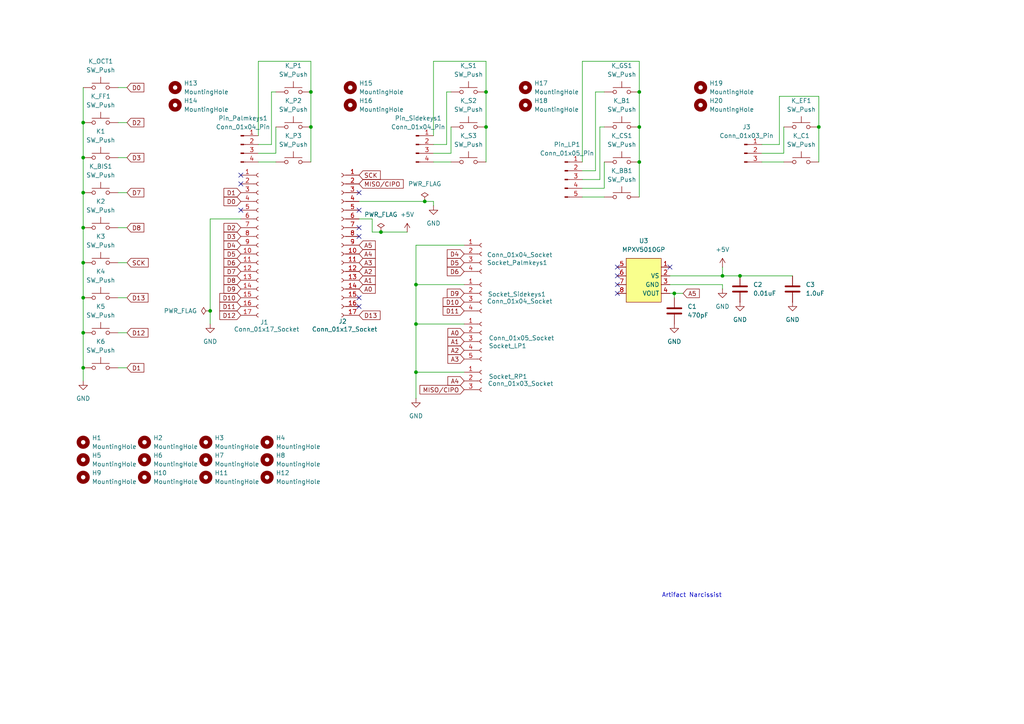
<source format=kicad_sch>
(kicad_sch (version 20250114) (generator "eeschema") (generator_version "9.0")
  (paper "A4")
  (lib_symbols
    (symbol "Connector:Conn_01x03_Pin" (pin_names (offset 1.016) (hide yes))
      (property "Reference" "J" (at 0 5.08 0))
      (property "Value" "Conn_01x03_Pin" (at 0 -5.08 0))
      (symbol "Conn_01x03_Pin_1_1"
        (rectangle (start 0.8636 2.667) (end 0 2.413) (stroke (width 0.1524)) (fill (type outline)))
        (rectangle (start 0.8636 0.127) (end 0 -0.127) (stroke (width 0.1524)) (fill (type outline)))
        (rectangle (start 0.8636 -2.413) (end 0 -2.667) (stroke (width 0.1524)) (fill (type outline)))
        (polyline (pts (xy 1.27 2.54) (xy 0.8636 2.54)) (stroke (width 0.1524)))
        (polyline (pts (xy 1.27 0) (xy 0.8636 0)) (stroke (width 0.1524)))
        (polyline (pts (xy 1.27 -2.54) (xy 0.8636 -2.54)) (stroke (width 0.1524)))
        (pin passive line (at 5.08 2.54 180) (length 3.81) (name "Pin_1") (number "1"))
        (pin passive line (at 5.08 0 180) (length 3.81) (name "Pin_2") (number "2"))
        (pin passive line (at 5.08 -2.54 180) (length 3.81) (name "Pin_3") (number "3"))
      )
    )
    (symbol "Connector:Conn_01x03_Socket" (pin_names (offset 1.016) (hide yes))
      (property "Reference" "J" (at 0 5.08 0))
      (property "Value" "Conn_01x03_Socket" (at 0 -5.08 0))
      (symbol "Conn_01x03_Socket_1_1"
        (polyline (pts (xy -1.27 2.54) (xy -0.508 2.54)) (stroke (width 0.1524)))
        (polyline (pts (xy -1.27 0) (xy -0.508 0)) (stroke (width 0.1524)))
        (polyline (pts (xy -1.27 -2.54) (xy -0.508 -2.54)) (stroke (width 0.1524)))
        (arc (start 0 2.032) (mid -0.5058 2.54) (end 0 3.048) (stroke (width 0.1524)))
        (arc (start 0 -0.508) (mid -0.5058 0) (end 0 0.508) (stroke (width 0.1524)))
        (arc (start 0 -3.048) (mid -0.5058 -2.54) (end 0 -2.032) (stroke (width 0.1524)))
        (pin passive line (at -5.08 2.54 0) (length 3.81) (name "Pin_1") (number "1"))
        (pin passive line (at -5.08 0 0) (length 3.81) (name "Pin_2") (number "2"))
        (pin passive line (at -5.08 -2.54 0) (length 3.81) (name "Pin_3") (number "3"))
      )
    )
    (symbol "Connector:Conn_01x04_Pin" (pin_names (offset 1.016) (hide yes))
      (property "Reference" "J" (at 0 5.08 0))
      (property "Value" "Conn_01x04_Pin" (at 0 -7.62 0))
      (symbol "Conn_01x04_Pin_1_1"
        (rectangle (start 0.8636 2.667) (end 0 2.413) (stroke (width 0.1524)) (fill (type outline)))
        (rectangle (start 0.8636 0.127) (end 0 -0.127) (stroke (width 0.1524)) (fill (type outline)))
        (rectangle (start 0.8636 -2.413) (end 0 -2.667) (stroke (width 0.1524)) (fill (type outline)))
        (rectangle (start 0.8636 -4.953) (end 0 -5.207) (stroke (width 0.1524)) (fill (type outline)))
        (polyline (pts (xy 1.27 2.54) (xy 0.8636 2.54)) (stroke (width 0.1524)))
        (polyline (pts (xy 1.27 0) (xy 0.8636 0)) (stroke (width 0.1524)))
        (polyline (pts (xy 1.27 -2.54) (xy 0.8636 -2.54)) (stroke (width 0.1524)))
        (polyline (pts (xy 1.27 -5.08) (xy 0.8636 -5.08)) (stroke (width 0.1524)))
        (pin passive line (at 5.08 2.54 180) (length 3.81) (name "Pin_1") (number "1"))
        (pin passive line (at 5.08 0 180) (length 3.81) (name "Pin_2") (number "2"))
        (pin passive line (at 5.08 -2.54 180) (length 3.81) (name "Pin_3") (number "3"))
        (pin passive line (at 5.08 -5.08 180) (length 3.81) (name "Pin_4") (number "4"))
      )
    )
    (symbol "Connector:Conn_01x04_Socket" (pin_names (offset 1.016) (hide yes))
      (property "Reference" "J" (at 0 5.08 0))
      (property "Value" "Conn_01x04_Socket" (at 0 -7.62 0))
      (symbol "Conn_01x04_Socket_1_1"
        (polyline (pts (xy -1.27 2.54) (xy -0.508 2.54)) (stroke (width 0.1524)))
        (polyline (pts (xy -1.27 0) (xy -0.508 0)) (stroke (width 0.1524)))
        (polyline (pts (xy -1.27 -2.54) (xy -0.508 -2.54)) (stroke (width 0.1524)))
        (polyline (pts (xy -1.27 -5.08) (xy -0.508 -5.08)) (stroke (width 0.1524)))
        (arc (start 0 2.032) (mid -0.5058 2.54) (end 0 3.048) (stroke (width 0.1524)))
        (arc (start 0 -0.508) (mid -0.5058 0) (end 0 0.508) (stroke (width 0.1524)))
        (arc (start 0 -3.048) (mid -0.5058 -2.54) (end 0 -2.032) (stroke (width 0.1524)))
        (arc (start 0 -5.588) (mid -0.5058 -5.08) (end 0 -4.572) (stroke (width 0.1524)))
        (pin passive line (at -5.08 2.54 0) (length 3.81) (name "Pin_1") (number "1"))
        (pin passive line (at -5.08 0 0) (length 3.81) (name "Pin_2") (number "2"))
        (pin passive line (at -5.08 -2.54 0) (length 3.81) (name "Pin_3") (number "3"))
        (pin passive line (at -5.08 -5.08 0) (length 3.81) (name "Pin_4") (number "4"))
      )
    )
    (symbol "Connector:Conn_01x05_Pin" (pin_names (offset 1.016) (hide yes))
      (property "Reference" "J" (at 0 7.62 0))
      (property "Value" "Conn_01x05_Pin" (at 0 -7.62 0))
      (symbol "Conn_01x05_Pin_1_1"
        (rectangle (start 0.8636 5.207) (end 0 4.953) (stroke (width 0.1524)) (fill (type outline)))
        (rectangle (start 0.8636 2.667) (end 0 2.413) (stroke (width 0.1524)) (fill (type outline)))
        (rectangle (start 0.8636 0.127) (end 0 -0.127) (stroke (width 0.1524)) (fill (type outline)))
        (rectangle (start 0.8636 -2.413) (end 0 -2.667) (stroke (width 0.1524)) (fill (type outline)))
        (rectangle (start 0.8636 -4.953) (end 0 -5.207) (stroke (width 0.1524)) (fill (type outline)))
        (polyline (pts (xy 1.27 5.08) (xy 0.8636 5.08)) (stroke (width 0.1524)))
        (polyline (pts (xy 1.27 2.54) (xy 0.8636 2.54)) (stroke (width 0.1524)))
        (polyline (pts (xy 1.27 0) (xy 0.8636 0)) (stroke (width 0.1524)))
        (polyline (pts (xy 1.27 -2.54) (xy 0.8636 -2.54)) (stroke (width 0.1524)))
        (polyline (pts (xy 1.27 -5.08) (xy 0.8636 -5.08)) (stroke (width 0.1524)))
        (pin passive line (at 5.08 5.08 180) (length 3.81) (name "Pin_1") (number "1"))
        (pin passive line (at 5.08 2.54 180) (length 3.81) (name "Pin_2") (number "2"))
        (pin passive line (at 5.08 0 180) (length 3.81) (name "Pin_3") (number "3"))
        (pin passive line (at 5.08 -2.54 180) (length 3.81) (name "Pin_4") (number "4"))
        (pin passive line (at 5.08 -5.08 180) (length 3.81) (name "Pin_5") (number "5"))
      )
    )
    (symbol "Connector:Conn_01x05_Socket" (pin_names (offset 1.016) (hide yes))
      (property "Reference" "J" (at 0 7.62 0))
      (property "Value" "Conn_01x05_Socket" (at 0 -7.62 0))
      (symbol "Conn_01x05_Socket_1_1"
        (polyline (pts (xy -1.27 5.08) (xy -0.508 5.08)) (stroke (width 0.1524)))
        (polyline (pts (xy -1.27 2.54) (xy -0.508 2.54)) (stroke (width 0.1524)))
        (polyline (pts (xy -1.27 0) (xy -0.508 0)) (stroke (width 0.1524)))
        (polyline (pts (xy -1.27 -2.54) (xy -0.508 -2.54)) (stroke (width 0.1524)))
        (polyline (pts (xy -1.27 -5.08) (xy -0.508 -5.08)) (stroke (width 0.1524)))
        (arc (start 0 4.572) (mid -0.5058 5.08) (end 0 5.588) (stroke (width 0.1524)))
        (arc (start 0 2.032) (mid -0.5058 2.54) (end 0 3.048) (stroke (width 0.1524)))
        (arc (start 0 -0.508) (mid -0.5058 0) (end 0 0.508) (stroke (width 0.1524)))
        (arc (start 0 -3.048) (mid -0.5058 -2.54) (end 0 -2.032) (stroke (width 0.1524)))
        (arc (start 0 -5.588) (mid -0.5058 -5.08) (end 0 -4.572) (stroke (width 0.1524)))
        (pin passive line (at -5.08 5.08 0) (length 3.81) (name "Pin_1") (number "1"))
        (pin passive line (at -5.08 2.54 0) (length 3.81) (name "Pin_2") (number "2"))
        (pin passive line (at -5.08 0 0) (length 3.81) (name "Pin_3") (number "3"))
        (pin passive line (at -5.08 -2.54 0) (length 3.81) (name "Pin_4") (number "4"))
        (pin passive line (at -5.08 -5.08 0) (length 3.81) (name "Pin_5") (number "5"))
      )
    )
    (symbol "Connector:Conn_01x17_Socket" (pin_names (offset 1.016) (hide yes))
      (property "Reference" "J" (at 0 22.86 0))
      (property "Value" "Conn_01x17_Socket" (at 0 -22.86 0))
      (symbol "Conn_01x17_Socket_1_1"
        (polyline (pts (xy -1.27 20.32) (xy -0.508 20.32)) (stroke (width 0.1524)))
        (polyline (pts (xy -1.27 17.78) (xy -0.508 17.78)) (stroke (width 0.1524)))
        (polyline (pts (xy -1.27 15.24) (xy -0.508 15.24)) (stroke (width 0.1524)))
        (polyline (pts (xy -1.27 12.7) (xy -0.508 12.7)) (stroke (width 0.1524)))
        (polyline (pts (xy -1.27 10.16) (xy -0.508 10.16)) (stroke (width 0.1524)))
        (polyline (pts (xy -1.27 7.62) (xy -0.508 7.62)) (stroke (width 0.1524)))
        (polyline (pts (xy -1.27 5.08) (xy -0.508 5.08)) (stroke (width 0.1524)))
        (polyline (pts (xy -1.27 2.54) (xy -0.508 2.54)) (stroke (width 0.1524)))
        (polyline (pts (xy -1.27 0) (xy -0.508 0)) (stroke (width 0.1524)))
        (polyline (pts (xy -1.27 -2.54) (xy -0.508 -2.54)) (stroke (width 0.1524)))
        (polyline (pts (xy -1.27 -5.08) (xy -0.508 -5.08)) (stroke (width 0.1524)))
        (polyline (pts (xy -1.27 -7.62) (xy -0.508 -7.62)) (stroke (width 0.1524)))
        (polyline (pts (xy -1.27 -10.16) (xy -0.508 -10.16)) (stroke (width 0.1524)))
        (polyline (pts (xy -1.27 -12.7) (xy -0.508 -12.7)) (stroke (width 0.1524)))
        (polyline (pts (xy -1.27 -15.24) (xy -0.508 -15.24)) (stroke (width 0.1524)))
        (polyline (pts (xy -1.27 -17.78) (xy -0.508 -17.78)) (stroke (width 0.1524)))
        (polyline (pts (xy -1.27 -20.32) (xy -0.508 -20.32)) (stroke (width 0.1524)))
        (arc (start 0 19.812) (mid -0.5058 20.32) (end 0 20.828) (stroke (width 0.1524)))
        (arc (start 0 17.272) (mid -0.5058 17.78) (end 0 18.288) (stroke (width 0.1524)))
        (arc (start 0 14.732) (mid -0.5058 15.24) (end 0 15.748) (stroke (width 0.1524)))
        (arc (start 0 12.192) (mid -0.5058 12.7) (end 0 13.208) (stroke (width 0.1524)))
        (arc (start 0 9.652) (mid -0.5058 10.16) (end 0 10.668) (stroke (width 0.1524)))
        (arc (start 0 7.112) (mid -0.5058 7.62) (end 0 8.128) (stroke (width 0.1524)))
        (arc (start 0 4.572) (mid -0.5058 5.08) (end 0 5.588) (stroke (width 0.1524)))
        (arc (start 0 2.032) (mid -0.5058 2.54) (end 0 3.048) (stroke (width 0.1524)))
        (arc (start 0 -0.508) (mid -0.5058 0) (end 0 0.508) (stroke (width 0.1524)))
        (arc (start 0 -3.048) (mid -0.5058 -2.54) (end 0 -2.032) (stroke (width 0.1524)))
        (arc (start 0 -5.588) (mid -0.5058 -5.08) (end 0 -4.572) (stroke (width 0.1524)))
        (arc (start 0 -8.128) (mid -0.5058 -7.62) (end 0 -7.112) (stroke (width 0.1524)))
        (arc (start 0 -10.668) (mid -0.5058 -10.16) (end 0 -9.652) (stroke (width 0.1524)))
        (arc (start 0 -13.208) (mid -0.5058 -12.7) (end 0 -12.192) (stroke (width 0.1524)))
        (arc (start 0 -15.748) (mid -0.5058 -15.24) (end 0 -14.732) (stroke (width 0.1524)))
        (arc (start 0 -18.288) (mid -0.5058 -17.78) (end 0 -17.272) (stroke (width 0.1524)))
        (arc (start 0 -20.828) (mid -0.5058 -20.32) (end 0 -19.812) (stroke (width 0.1524)))
        (pin passive line (at -5.08 20.32 0) (length 3.81) (name "Pin_1") (number "1"))
        (pin passive line (at -5.08 17.78 0) (length 3.81) (name "Pin_2") (number "2"))
        (pin passive line (at -5.08 15.24 0) (length 3.81) (name "Pin_3") (number "3"))
        (pin passive line (at -5.08 12.7 0) (length 3.81) (name "Pin_4") (number "4"))
        (pin passive line (at -5.08 10.16 0) (length 3.81) (name "Pin_5") (number "5"))
        (pin passive line (at -5.08 7.62 0) (length 3.81) (name "Pin_6") (number "6"))
        (pin passive line (at -5.08 5.08 0) (length 3.81) (name "Pin_7") (number "7"))
        (pin passive line (at -5.08 2.54 0) (length 3.81) (name "Pin_8") (number "8"))
        (pin passive line (at -5.08 0 0) (length 3.81) (name "Pin_9") (number "9"))
        (pin passive line (at -5.08 -2.54 0) (length 3.81) (name "Pin_10") (number "10"))
        (pin passive line (at -5.08 -5.08 0) (length 3.81) (name "Pin_11") (number "11"))
        (pin passive line (at -5.08 -7.62 0) (length 3.81) (name "Pin_12") (number "12"))
        (pin passive line (at -5.08 -10.16 0) (length 3.81) (name "Pin_13") (number "13"))
        (pin passive line (at -5.08 -12.7 0) (length 3.81) (name "Pin_14") (number "14"))
        (pin passive line (at -5.08 -15.24 0) (length 3.81) (name "Pin_15") (number "15"))
        (pin passive line (at -5.08 -17.78 0) (length 3.81) (name "Pin_16") (number "16"))
        (pin passive line (at -5.08 -20.32 0) (length 3.81) (name "Pin_17") (number "17"))
      )
    )
    (symbol "Device:C" (pin_numbers (hide yes)) (pin_names (offset 0.254))
      (property "Reference" "C" (at 0.635 2.54 0))
      (property "Value" "C" (at 0.635 -2.54 0))
      (symbol "C_0_1"
        (polyline (pts (xy -2.032 0.762) (xy 2.032 0.762)) (stroke (width 0.508)))
        (polyline (pts (xy -2.032 -0.762) (xy 2.032 -0.762)) (stroke (width 0.508)))
      )
      (symbol "C_1_1"
        (pin passive line (at 0 3.81 270) (length 2.794) (name "~") (number "1"))
        (pin passive line (at 0 -3.81 90) (length 2.794) (name "~") (number "2"))
      )
    )
    (symbol "Mechanical:MountingHole" (pin_names (offset 1.016)) (in_bom no)
      (property "Reference" "H" (at 0 5.08 0))
      (property "Value" "MountingHole" (at 0 3.175 0))
      (symbol "MountingHole_0_1"
        (circle (center 0 0) (radius 1.27) (stroke (width 1.27)))
      )
    )
    (symbol "Switch:SW_Push" (pin_numbers (hide yes)) (pin_names (offset 1.016) (hide yes))
      (property "Reference" "SW" (at 1.27 2.54 0))
      (property "Value" "SW_Push" (at 0 -1.524 0))
      (symbol "SW_Push_0_1"
        (circle (center -2.032 0) (radius 0.508))
        (polyline (pts (xy 0 1.27) (xy 0 3.048)))
        (circle (center 2.032 0) (radius 0.508))
        (polyline (pts (xy 2.54 1.27) (xy -2.54 1.27)))
        (pin passive line (at -5.08 0 0) (length 2.54) (name "1") (number "1"))
        (pin passive line (at 5.08 0 180) (length 2.54) (name "2") (number "2"))
      )
    )
    (symbol "mysensors:MPXV5010GP"
      (property "Reference" "U" (at 0 0 0))
      (property "Value" "MPXV5010GP" (at 0 -2.286 0))
      (symbol "MPXV5010GP_0_1"
        (rectangle (start -5.0799 -3.81) (end 5.08 -16.51) (fill (type color) (color 249 255 141 1)))
      )
      (symbol "MPXV5010GP_1_1"
        (pin input line (at -7.62 -6.35 0) (length 2.54) (name "") (number "5"))
        (pin input line (at -7.62 -8.89 0) (length 2.54) (name "") (number "6"))
        (pin input line (at -7.62 -11.43 0) (length 2.54) (name "") (number "7"))
        (pin input line (at -7.62 -13.97 0) (length 2.54) (name "") (number "8"))
        (pin input line (at 7.62 -6.35 180) (length 2.54) (name "") (number "1"))
        (pin input line (at 7.62 -8.89 180) (length 2.54) (name "VS") (number "2"))
        (pin input line (at 7.62 -11.43 180) (length 2.54) (name "GND") (number "3"))
        (pin input line (at 7.62 -13.97 180) (length 2.54) (name "VOUT") (number "4"))
      )
    )
    (symbol "power:+5V" (power) (pin_numbers (hide yes)) (pin_names (offset 0) (hide yes))
      (property "Value" "+5V" (at 0 3.556 0))
      (symbol "+5V_0_1"
        (polyline (pts (xy -0.762 1.27) (xy 0 2.54)))
        (polyline (pts (xy 0 2.54) (xy 0.762 1.27)))
        (polyline (pts (xy 0 0) (xy 0 2.54)))
      )
      (symbol "+5V_1_1"
        (pin power_in line (at 0 0 90) (length 0) (name "~") (number "1"))
      )
    )
    (symbol "power:GND" (power) (pin_numbers (hide yes)) (pin_names (offset 0) (hide yes))
      (property "Value" "GND" (at 0 -3.81 0))
      (symbol "GND_0_1"
        (polyline (pts (xy 0 0) (xy 0 -1.27) (xy 1.27 -1.27) (xy 0 -2.54) (xy -1.27 -1.27) (xy 0 -1.27)))
      )
      (symbol "GND_1_1"
        (pin power_in line (at 0 0 270) (length 0) (name "~") (number "1"))
      )
    )
    (symbol "power:PWR_FLAG" (power) (pin_numbers (hide yes)) (pin_names (offset 0) (hide yes))
      (property "Value" "PWR_FLAG" (at 0 3.81 0))
      (symbol "PWR_FLAG_0_0"
        (pin power_out line (at 0 0 90) (length 0) (name "~") (number "1"))
      )
      (symbol "PWR_FLAG_0_1"
        (polyline (pts (xy 0 0) (xy 0 1.27) (xy -1.016 1.905) (xy 0 2.54) (xy 1.016 1.905) (xy 0 1.27)))
      )
    )
  )
  (text "Artifact Narcissist\n" (at 200.66 172.72 0) (effects (font (size 1.27 1.27))))
  (junction (at 24.13 45.72))
  (junction (at 120.65 82.55))
  (junction (at 24.13 66.04))
  (junction (at 185.42 46.99))
  (junction (at 24.13 35.56))
  (junction (at 90.17 26.67))
  (junction (at 24.13 86.36))
  (junction (at 24.13 76.2))
  (junction (at 24.13 96.52))
  (junction (at 24.13 55.88))
  (junction (at 185.42 26.67))
  (junction (at 123.19 58.42))
  (junction (at 24.13 106.68))
  (junction (at 209.55 80.01))
  (junction (at 110.49 67.31))
  (junction (at 195.58 85.09))
  (junction (at 185.42 36.83))
  (junction (at 237.49 36.83))
  (junction (at 214.63 80.01))
  (junction (at 90.17 36.83))
  (junction (at 60.96 90.17))
  (junction (at 140.97 36.83))
  (junction (at 120.65 93.98))
  (junction (at 120.65 107.95))
  (junction (at 140.97 26.67))
  (no_connect (at 104.14 86.36))
  (no_connect (at 104.14 88.9))
  (no_connect (at 179.07 77.47))
  (no_connect (at 104.14 55.88))
  (no_connect (at 104.14 60.96))
  (no_connect (at 69.85 60.96))
  (no_connect (at 194.31 77.47))
  (no_connect (at 69.85 50.8))
  (no_connect (at 179.07 85.09))
  (no_connect (at 179.07 80.01))
  (no_connect (at 179.07 82.55))
  (no_connect (at 104.14 66.04))
  (no_connect (at 104.14 68.58))
  (no_connect (at 69.85 53.34))
  (wire (pts (xy 74.93 44.45) (xy 80.01 44.45)))
  (wire (pts (xy 104.14 63.5) (xy 107.95 63.5)))
  (wire (pts (xy 90.17 26.67) (xy 90.17 36.83)))
  (wire (pts (xy 90.17 17.78) (xy 90.17 26.67)))
  (wire (pts (xy 237.49 27.94) (xy 237.49 36.83)))
  (wire (pts (xy 194.31 82.55) (xy 209.55 82.55)))
  (wire (pts (xy 185.42 46.99) (xy 185.42 57.15)))
  (wire (pts (xy 69.85 63.5) (xy 60.96 63.5)))
  (wire (pts (xy 173.99 52.07) (xy 168.91 52.07)))
  (wire (pts (xy 120.65 71.12) (xy 120.65 82.55)))
  (wire (pts (xy 120.65 107.95) (xy 120.65 115.57)))
  (wire (pts (xy 24.13 106.68) (xy 24.13 110.49)))
  (wire (pts (xy 34.29 25.4) (xy 36.83 25.4)))
  (wire (pts (xy 185.42 26.67) (xy 185.42 36.83)))
  (wire (pts (xy 214.63 80.01) (xy 229.87 80.01)))
  (wire (pts (xy 195.58 85.09) (xy 195.58 86.36)))
  (wire (pts (xy 120.65 93.98) (xy 120.65 107.95)))
  (wire (pts (xy 175.26 46.99) (xy 175.26 54.61)))
  (wire (pts (xy 125.73 46.99) (xy 130.81 46.99)))
  (wire (pts (xy 24.13 86.36) (xy 24.13 96.52)))
  (wire (pts (xy 24.13 76.2) (xy 24.13 86.36)))
  (wire (pts (xy 173.99 36.83) (xy 173.99 52.07)))
  (wire (pts (xy 195.58 85.09) (xy 198.12 85.09)))
  (wire (pts (xy 130.81 36.83) (xy 130.81 44.45)))
  (wire (pts (xy 74.93 17.78) (xy 90.17 17.78)))
  (wire (pts (xy 134.62 82.55) (xy 120.65 82.55)))
  (wire (pts (xy 34.29 66.04) (xy 36.83 66.04)))
  (wire (pts (xy 175.26 26.67) (xy 172.72 26.67)))
  (wire (pts (xy 60.96 90.17) (xy 60.96 93.98)))
  (wire (pts (xy 60.96 63.5) (xy 60.96 90.17)))
  (wire (pts (xy 34.29 55.88) (xy 36.83 55.88)))
  (wire (pts (xy 130.81 26.67) (xy 129.54 26.67)))
  (wire (pts (xy 80.01 36.83) (xy 80.01 44.45)))
  (wire (pts (xy 220.98 46.99) (xy 227.33 46.99)))
  (wire (pts (xy 78.74 26.67) (xy 78.74 41.91)))
  (wire (pts (xy 140.97 36.83) (xy 140.97 46.99)))
  (wire (pts (xy 220.98 41.91) (xy 226.06 41.91)))
  (wire (pts (xy 185.42 36.83) (xy 185.42 46.99)))
  (wire (pts (xy 34.29 76.2) (xy 36.83 76.2)))
  (wire (pts (xy 134.62 93.98) (xy 120.65 93.98)))
  (wire (pts (xy 34.29 45.72) (xy 36.83 45.72)))
  (wire (pts (xy 80.01 26.67) (xy 78.74 26.67)))
  (wire (pts (xy 107.95 67.31) (xy 110.49 67.31)))
  (wire (pts (xy 209.55 82.55) (xy 209.55 83.82)))
  (wire (pts (xy 90.17 36.83) (xy 90.17 46.99)))
  (wire (pts (xy 125.73 44.45) (xy 130.81 44.45)))
  (wire (pts (xy 168.91 46.99) (xy 168.91 17.78)))
  (wire (pts (xy 194.31 80.01) (xy 209.55 80.01)))
  (wire (pts (xy 175.26 54.61) (xy 168.91 54.61)))
  (wire (pts (xy 24.13 25.4) (xy 24.13 35.56)))
  (wire (pts (xy 134.62 71.12) (xy 120.65 71.12)))
  (wire (pts (xy 140.97 17.78) (xy 140.97 26.67)))
  (wire (pts (xy 226.06 27.94) (xy 237.49 27.94)))
  (wire (pts (xy 227.33 36.83) (xy 227.33 44.45)))
  (wire (pts (xy 74.93 46.99) (xy 80.01 46.99)))
  (wire (pts (xy 34.29 86.36) (xy 36.83 86.36)))
  (wire (pts (xy 129.54 26.67) (xy 129.54 41.91)))
  (wire (pts (xy 185.42 17.78) (xy 185.42 26.67)))
  (wire (pts (xy 110.49 67.31) (xy 118.11 67.31)))
  (wire (pts (xy 209.55 80.01) (xy 214.63 80.01)))
  (wire (pts (xy 107.95 63.5) (xy 107.95 67.31)))
  (wire (pts (xy 24.13 45.72) (xy 24.13 55.88)))
  (wire (pts (xy 123.19 58.42) (xy 125.73 58.42)))
  (wire (pts (xy 24.13 96.52) (xy 24.13 106.68)))
  (wire (pts (xy 125.73 39.37) (xy 125.73 17.78)))
  (wire (pts (xy 209.55 77.47) (xy 209.55 80.01)))
  (wire (pts (xy 194.31 85.09) (xy 195.58 85.09)))
  (wire (pts (xy 24.13 66.04) (xy 24.13 76.2)))
  (wire (pts (xy 168.91 57.15) (xy 175.26 57.15)))
  (wire (pts (xy 172.72 26.67) (xy 172.72 49.53)))
  (wire (pts (xy 120.65 82.55) (xy 120.65 93.98)))
  (wire (pts (xy 125.73 41.91) (xy 129.54 41.91)))
  (wire (pts (xy 172.72 49.53) (xy 168.91 49.53)))
  (wire (pts (xy 24.13 55.88) (xy 24.13 66.04)))
  (wire (pts (xy 140.97 26.67) (xy 140.97 36.83)))
  (wire (pts (xy 125.73 58.42) (xy 125.73 59.69)))
  (wire (pts (xy 74.93 39.37) (xy 74.93 17.78)))
  (wire (pts (xy 24.13 35.56) (xy 24.13 45.72)))
  (wire (pts (xy 125.73 17.78) (xy 140.97 17.78)))
  (wire (pts (xy 227.33 44.45) (xy 220.98 44.45)))
  (wire (pts (xy 34.29 96.52) (xy 36.83 96.52)))
  (wire (pts (xy 226.06 41.91) (xy 226.06 27.94)))
  (wire (pts (xy 134.62 107.95) (xy 120.65 107.95)))
  (wire (pts (xy 74.93 41.91) (xy 78.74 41.91)))
  (wire (pts (xy 34.29 35.56) (xy 36.83 35.56)))
  (wire (pts (xy 237.49 36.83) (xy 237.49 46.99)))
  (wire (pts (xy 104.14 58.42) (xy 123.19 58.42)))
  (wire (pts (xy 34.29 106.68) (xy 36.83 106.68)))
  (wire (pts (xy 168.91 17.78) (xy 185.42 17.78)))
  (wire (pts (xy 175.26 36.83) (xy 173.99 36.83)))
  (global_label "SCK" (shape input) (at 36.83 76.2 0) (property "Intersheetrefs" "${INTERSHEET_REFS}" (effects (hide yes))))
  (global_label "A5" (shape input) (at 104.14 71.12 0) (property "Intersheetrefs" "${INTERSHEET_REFS}" (effects (hide yes))))
  (global_label "A2" (shape input) (at 104.14 78.74 0) (property "Intersheetrefs" "${INTERSHEET_REFS}" (effects (hide yes))))
  (global_label "D9" (shape input) (at 69.85 83.82 180) (property "Intersheetrefs" "${INTERSHEET_REFS}" (effects (hide yes))))
  (global_label "D9" (shape input) (at 134.62 85.09 180) (property "Intersheetrefs" "${INTERSHEET_REFS}" (effects (hide yes))))
  (global_label "D5" (shape input) (at 134.62 76.2 180) (property "Intersheetrefs" "${INTERSHEET_REFS}" (effects (hide yes))))
  (global_label "D11" (shape input) (at 69.85 88.9 180) (property "Intersheetrefs" "${INTERSHEET_REFS}" (effects (hide yes))))
  (global_label "D5" (shape input) (at 69.85 73.66 180) (property "Intersheetrefs" "${INTERSHEET_REFS}" (effects (hide yes))))
  (global_label "D2" (shape input) (at 69.85 66.04 180) (property "Intersheetrefs" "${INTERSHEET_REFS}" (effects (hide yes))))
  (global_label "D12" (shape input) (at 36.83 96.52 0) (property "Intersheetrefs" "${INTERSHEET_REFS}" (effects (hide yes))))
  (global_label "D7" (shape input) (at 69.85 78.74 180) (property "Intersheetrefs" "${INTERSHEET_REFS}" (effects (hide yes))))
  (global_label "D10" (shape input) (at 134.62 87.63 180) (property "Intersheetrefs" "${INTERSHEET_REFS}" (effects (hide yes))))
  (global_label "D6" (shape input) (at 134.62 78.74 180) (property "Intersheetrefs" "${INTERSHEET_REFS}" (effects (hide yes))))
  (global_label "D1" (shape input) (at 69.85 55.88 180) (property "Intersheetrefs" "${INTERSHEET_REFS}" (effects (hide yes))))
  (global_label "A5" (shape input) (at 198.12 85.09 0) (property "Intersheetrefs" "${INTERSHEET_REFS}" (effects (hide yes))))
  (global_label "D4" (shape input) (at 69.85 71.12 180) (property "Intersheetrefs" "${INTERSHEET_REFS}" (effects (hide yes))))
  (global_label "D13" (shape input) (at 36.83 86.36 0) (property "Intersheetrefs" "${INTERSHEET_REFS}" (effects (hide yes))))
  (global_label "A0" (shape input) (at 134.62 96.52 180) (property "Intersheetrefs" "${INTERSHEET_REFS}" (effects (hide yes))))
  (global_label "D8" (shape input) (at 69.85 81.28 180) (property "Intersheetrefs" "${INTERSHEET_REFS}" (effects (hide yes))))
  (global_label "A1" (shape input) (at 134.62 99.06 180) (property "Intersheetrefs" "${INTERSHEET_REFS}" (effects (hide yes))))
  (global_label "D2" (shape input) (at 36.83 35.56 0) (property "Intersheetrefs" "${INTERSHEET_REFS}" (effects (hide yes))))
  (global_label "D13" (shape input) (at 104.14 91.44 0) (property "Intersheetrefs" "${INTERSHEET_REFS}" (effects (hide yes))))
  (global_label "MISO{slash}CIPO" (shape input) (at 134.62 113.03 180) (property "Intersheetrefs" "${INTERSHEET_REFS}" (effects (hide yes))))
  (global_label "D3" (shape input) (at 36.83 45.72 0) (property "Intersheetrefs" "${INTERSHEET_REFS}" (effects (hide yes))))
  (global_label "D0" (shape input) (at 36.83 25.4 0) (property "Intersheetrefs" "${INTERSHEET_REFS}" (effects (hide yes))))
  (global_label "A4" (shape input) (at 134.62 110.49 180) (property "Intersheetrefs" "${INTERSHEET_REFS}" (effects (hide yes))))
  (global_label "A3" (shape input) (at 104.14 76.2 0) (property "Intersheetrefs" "${INTERSHEET_REFS}" (effects (hide yes))))
  (global_label "D1" (shape input) (at 36.83 106.68 0) (property "Intersheetrefs" "${INTERSHEET_REFS}" (effects (hide yes))))
  (global_label "SCK" (shape input) (at 104.14 50.8 0) (property "Intersheetrefs" "${INTERSHEET_REFS}" (effects (hide yes))))
  (global_label "D8" (shape input) (at 36.83 66.04 0) (property "Intersheetrefs" "${INTERSHEET_REFS}" (effects (hide yes))))
  (global_label "D7" (shape input) (at 36.83 55.88 0) (property "Intersheetrefs" "${INTERSHEET_REFS}" (effects (hide yes))))
  (global_label "D12" (shape input) (at 69.85 91.44 180) (property "Intersheetrefs" "${INTERSHEET_REFS}" (effects (hide yes))))
  (global_label "MISO/CIPO" (shape input) (at 104.14 53.34 0) (property "Intersheetrefs" "${INTERSHEET_REFS}" (effects (hide yes))))
  (global_label "A1" (shape input) (at 104.14 81.28 0) (property "Intersheetrefs" "${INTERSHEET_REFS}" (effects (hide yes))))
  (global_label "D6" (shape input) (at 69.85 76.2 180) (property "Intersheetrefs" "${INTERSHEET_REFS}" (effects (hide yes))))
  (global_label "D4" (shape input) (at 134.62 73.66 180) (property "Intersheetrefs" "${INTERSHEET_REFS}" (effects (hide yes))))
  (global_label "D10" (shape input) (at 69.85 86.36 180) (property "Intersheetrefs" "${INTERSHEET_REFS}" (effects (hide yes))))
  (global_label "D3" (shape input) (at 69.85 68.58 180) (property "Intersheetrefs" "${INTERSHEET_REFS}" (effects (hide yes))))
  (global_label "D0" (shape input) (at 69.85 58.42 180) (property "Intersheetrefs" "${INTERSHEET_REFS}" (effects (hide yes))))
  (global_label "D11" (shape input) (at 134.62 90.17 180) (property "Intersheetrefs" "${INTERSHEET_REFS}" (effects (hide yes))))
  (global_label "A3" (shape input) (at 134.62 104.14 180) (property "Intersheetrefs" "${INTERSHEET_REFS}" (effects (hide yes))))
  (global_label "A2" (shape input) (at 134.62 101.6 180) (property "Intersheetrefs" "${INTERSHEET_REFS}" (effects (hide yes))))
  (global_label "A0" (shape input) (at 104.14 83.82 0) (property "Intersheetrefs" "${INTERSHEET_REFS}" (effects (hide yes))))
  (global_label "A4" (shape input) (at 104.14 73.66 0) (property "Intersheetrefs" "${INTERSHEET_REFS}" (effects (hide yes))))
  (symbol (lib_id "Mechanical:MountingHole") (at 77.47 128.27 0) (unit 1) (in_bom no)
    (property "Reference" "H4" (at 80.01 126.9999 0) (effects (justify left)))
    (property "Value" "MountingHole" (at 80.01 129.5399 0) (effects (justify left)))
    (property "Footprint" "MountingHole:MountingHole_3.2mm_M3" (effects (hide yes)))
    (property "Description" "Mounting Hole without connection" (effects (hide yes)))
  )
  (symbol (lib_id "Device:C") (at 229.87 83.82 0) (unit 1)
    (property "Reference" "C3" (at 233.68 82.5499 0) (effects (justify left)))
    (property "Value" "1.0uF" (at 233.68 85.0899 0) (effects (justify left)))
    (property "Footprint" "Capacitor_SMD:C_0805_2012Metric" (effects (hide yes)))
    (property "Description" "Unpolarized capacitor" (effects (hide yes)))
  )
  (symbol (lib_id "Mechanical:MountingHole") (at 41.91 128.27 0) (unit 1) (in_bom no)
    (property "Reference" "H2" (at 44.45 126.9999 0) (effects (justify left)))
    (property "Value" "MountingHole" (at 44.45 129.5399 0) (effects (justify left)))
    (property "Footprint" "MountingHole:MountingHole_3.2mm_M3" (effects (hide yes)))
    (property "Description" "Mounting Hole without connection" (effects (hide yes)))
  )
  (symbol (lib_id "power:GND") (at 209.55 83.82 0) (unit 1)
    (property "Reference" "#PWR09" (effects (hide yes)))
    (property "Value" "GND" (at 209.55 88.9 0))
    (property "Description" "Power symbol creates a global label with name \"GND\" , ground" (effects (hide yes)))
  )
  (symbol (lib_id "Switch:SW_Push") (at 29.21 66.04 0) (unit 1)
    (property "Reference" "K2" (at 29.21 58.42 0))
    (property "Value" "SW_Push" (at 29.21 60.96 0))
    (property "Footprint" "Button_Switch_Keyboard:SW_Cherry_MX_1.00u_PCB" (effects (hide yes)))
    (property "Description" "Push button switch, generic, two pins" (effects (hide yes)))
  )
  (symbol (lib_id "Switch:SW_Push") (at 29.21 76.2 0) (unit 1)
    (property "Reference" "K3" (at 29.21 68.58 0))
    (property "Value" "SW_Push" (at 29.21 71.12 0))
    (property "Footprint" "Button_Switch_Keyboard:SW_Cherry_MX_1.00u_PCB" (effects (hide yes)))
    (property "Description" "Push button switch, generic, two pins" (effects (hide yes)))
  )
  (symbol (lib_id "Switch:SW_Push") (at 29.21 106.68 0) (unit 1)
    (property "Reference" "K6" (at 29.21 99.06 0))
    (property "Value" "SW_Push" (at 29.21 101.6 0))
    (property "Footprint" "Button_Switch_Keyboard:SW_Cherry_MX_1.00u_PCB" (effects (hide yes)))
    (property "Description" "Push button switch, generic, two pins" (effects (hide yes)))
  )
  (symbol (lib_id "Connector:Conn_01x05_Socket") (at 139.7 99.06 0) (unit 1)
    (property "Reference" "Socket_LP1" (at 141.732 100.33 0) (effects (justify left)))
    (property "Value" "Conn_01x05_Socket" (at 141.732 98.044 0) (effects (justify left)))
    (property "Footprint" "Connector_PinSocket_2.54mm:PinSocket_1x05_P2.54mm_Vertical" (effects (hide yes)))
    (property "Description" "Generic connector, single row, 01x05, script generated" (effects (hide yes)))
  )
  (symbol (lib_id "Switch:SW_Push") (at 180.34 57.15 0) (unit 1)
    (property "Reference" "K_BB1" (at 180.34 49.53 0))
    (property "Value" "SW_Push" (at 180.34 52.07 0))
    (property "Footprint" "Button_Switch_Keyboard:SW_Cherry_MX_1.00u_PCB" (effects (hide yes)))
    (property "Description" "Push button switch, generic, two pins" (effects (hide yes)))
  )
  (symbol (lib_id "Mechanical:MountingHole") (at 59.69 128.27 0) (unit 1) (in_bom no)
    (property "Reference" "H3" (at 62.23 126.9999 0) (effects (justify left)))
    (property "Value" "MountingHole" (at 62.23 129.5399 0) (effects (justify left)))
    (property "Footprint" "MountingHole:MountingHole_3.2mm_M3" (effects (hide yes)))
    (property "Description" "Mounting Hole without connection" (effects (hide yes)))
  )
  (symbol (lib_id "Mechanical:MountingHole") (at 152.4 25.4 0) (unit 1) (in_bom no)
    (property "Reference" "H17" (at 154.94 24.1299 0) (effects (justify left)))
    (property "Value" "MountingHole" (at 154.94 26.6699 0) (effects (justify left)))
    (property "Footprint" "MountingHole:MountingHole_3.2mm_M3" (effects (hide yes)))
    (property "Description" "Mounting Hole without connection" (effects (hide yes)))
  )
  (symbol (lib_id "Switch:SW_Push") (at 29.21 25.4 0) (unit 1)
    (property "Reference" "K_OCT1" (at 29.21 17.78 0))
    (property "Value" "SW_Push" (at 29.21 20.32 0))
    (property "Footprint" "Button_Switch_Keyboard:SW_Cherry_MX_1.00u_PCB" (effects (hide yes)))
    (property "Description" "Push button switch, generic, two pins" (effects (hide yes)))
  )
  (symbol (lib_id "Mechanical:MountingHole") (at 24.13 128.27 0) (unit 1) (in_bom no)
    (property "Reference" "H1" (at 26.67 126.9999 0) (effects (justify left)))
    (property "Value" "MountingHole" (at 26.67 129.5399 0) (effects (justify left)))
    (property "Footprint" "MountingHole:MountingHole_3.2mm_M3" (effects (hide yes)))
    (property "Description" "Mounting Hole without connection" (effects (hide yes)))
  )
  (symbol (lib_id "Connector:Conn_01x05_Pin") (at 163.83 52.07 0) (unit 1)
    (property "Reference" "Pin_LP1" (at 164.465 41.91 0))
    (property "Value" "Conn_01x05_Pin" (at 164.465 44.45 0))
    (property "Footprint" "Connector_PinHeader_2.54mm:PinHeader_1x05_P2.54mm_Vertical" (effects (hide yes)))
    (property "Description" "Generic connector, single row, 01x05, script generated" (effects (hide yes)))
  )
  (symbol (lib_id "Mechanical:MountingHole") (at 77.47 138.43 0) (unit 1) (in_bom no)
    (property "Reference" "H12" (at 80.01 137.1599 0) (effects (justify left)))
    (property "Value" "MountingHole" (at 80.01 139.6999 0) (effects (justify left)))
    (property "Footprint" "MountingHole:MountingHole_3.2mm_M3" (effects (hide yes)))
    (property "Description" "Mounting Hole without connection" (effects (hide yes)))
  )
  (symbol (lib_id "power:GND") (at 24.13 110.49 0) (unit 1)
    (property "Reference" "#PWR01" (effects (hide yes)))
    (property "Value" "GND" (at 24.13 115.57 0))
    (property "Description" "Power symbol creates a global label with name \"GND\" , ground" (effects (hide yes)))
  )
  (symbol (lib_id "Switch:SW_Push") (at 29.21 45.72 0) (unit 1)
    (property "Reference" "K1" (at 29.21 38.1 0))
    (property "Value" "SW_Push" (at 29.21 40.64 0))
    (property "Footprint" "Button_Switch_Keyboard:SW_Cherry_MX_1.00u_PCB" (effects (hide yes)))
    (property "Description" "Push button switch, generic, two pins" (effects (hide yes)))
  )
  (symbol (lib_id "Switch:SW_Push") (at 232.41 36.83 0) (unit 1)
    (property "Reference" "K_EF1" (at 232.41 29.21 0))
    (property "Value" "SW_Push" (at 232.41 31.75 0))
    (property "Footprint" "Button_Switch_Keyboard:SW_Cherry_MX_1.00u_PCB" (effects (hide yes)))
    (property "Description" "Push button switch, generic, two pins" (effects (hide yes)))
  )
  (symbol (lib_id "power:GND") (at 120.65 115.57 0) (unit 1)
    (property "Reference" "#PWR05" (effects (hide yes)))
    (property "Value" "GND" (at 120.65 120.65 0))
    (property "Description" "Power symbol creates a global label with name \"GND\" , ground" (effects (hide yes)))
  )
  (symbol (lib_id "power:GND") (at 229.87 87.63 0) (unit 1)
    (property "Reference" "#PWR08" (effects (hide yes)))
    (property "Value" "GND" (at 229.87 92.71 0))
    (property "Description" "Power symbol creates a global label with name \"GND\" , ground" (effects (hide yes)))
  )
  (symbol (lib_id "Mechanical:MountingHole") (at 41.91 138.43 0) (unit 1) (in_bom no)
    (property "Reference" "H10" (at 44.45 137.1599 0) (effects (justify left)))
    (property "Value" "MountingHole" (at 44.45 139.6999 0) (effects (justify left)))
    (property "Footprint" "MountingHole:MountingHole_3.2mm_M3" (effects (hide yes)))
    (property "Description" "Mounting Hole without connection" (effects (hide yes)))
  )
  (symbol (lib_id "power:GND") (at 125.73 59.69 0) (unit 1)
    (property "Reference" "#PWR03" (effects (hide yes)))
    (property "Value" "GND" (at 125.73 64.77 0))
    (property "Description" "Power symbol creates a global label with name \"GND\" , ground" (effects (hide yes)))
  )
  (symbol (lib_id "power:GND") (at 60.96 93.98 0) (unit 1)
    (property "Reference" "#PWR02" (effects (hide yes)))
    (property "Value" "GND" (at 60.96 99.06 0))
    (property "Description" "Power symbol creates a global label with name \"GND\" , ground" (effects (hide yes)))
  )
  (symbol (lib_id "Switch:SW_Push") (at 29.21 96.52 0) (unit 1)
    (property "Reference" "K5" (at 29.21 88.9 0))
    (property "Value" "SW_Push" (at 29.21 91.44 0))
    (property "Footprint" "Button_Switch_Keyboard:SW_Cherry_MX_1.00u_PCB" (effects (hide yes)))
    (property "Description" "Push button switch, generic, two pins" (effects (hide yes)))
  )
  (symbol (lib_id "Connector:Conn_01x04_Socket") (at 139.7 85.09 0) (unit 1)
    (property "Reference" "Socket_Sidekeys1" (at 141.478 85.344 0) (effects (justify left)))
    (property "Value" "Conn_01x04_Socket" (at 141.224 87.376 0) (effects (justify left)))
    (property "Footprint" "Connector_PinSocket_2.54mm:PinSocket_1x04_P2.54mm_Vertical" (effects (hide yes)))
    (property "Description" "Generic connector, single row, 01x04, script generated" (effects (hide yes)))
  )
  (symbol (lib_id "Mechanical:MountingHole") (at 50.8 30.48 0) (unit 1) (in_bom no)
    (property "Reference" "H14" (at 53.34 29.2099 0) (effects (justify left)))
    (property "Value" "MountingHole" (at 53.34 31.7499 0) (effects (justify left)))
    (property "Footprint" "MountingHole:MountingHole_3.2mm_M3" (effects (hide yes)))
    (property "Description" "Mounting Hole without connection" (effects (hide yes)))
  )
  (symbol (lib_id "Switch:SW_Push") (at 135.89 36.83 0) (unit 1)
    (property "Reference" "K_S2" (at 135.89 29.21 0))
    (property "Value" "SW_Push" (at 135.89 31.75 0))
    (property "Footprint" "Button_Switch_Keyboard:SW_Cherry_MX_1.00u_PCB" (effects (hide yes)))
    (property "Description" "Push button switch, generic, two pins" (effects (hide yes)))
  )
  (symbol (lib_id "power:+5V") (at 209.55 77.47 0) (unit 1)
    (property "Reference" "#PWR011" (effects (hide yes)))
    (property "Value" "+5V" (at 209.55 72.39 0))
    (property "Description" "Power symbol creates a global label with name \"+5V\"" (effects (hide yes)))
  )
  (symbol (lib_id "Connector:Conn_01x03_Pin") (at 215.9 44.45 0) (unit 1)
    (property "Reference" "J3" (at 216.535 36.83 0))
    (property "Value" "Conn_01x03_Pin" (at 216.535 39.37 0))
    (property "Footprint" "Connector_PinHeader_2.54mm:PinHeader_1x03_P2.54mm_Vertical" (effects (hide yes)))
    (property "Description" "Generic connector, single row, 01x03, script generated" (effects (hide yes)))
  )
  (symbol (lib_id "Device:C") (at 214.63 83.82 0) (unit 1)
    (property "Reference" "C2" (at 218.44 82.5499 0) (effects (justify left)))
    (property "Value" "0.01uF" (at 218.44 85.0899 0) (effects (justify left)))
    (property "Footprint" "Capacitor_SMD:C_0805_2012Metric" (effects (hide yes)))
    (property "Description" "Unpolarized capacitor" (effects (hide yes)))
  )
  (symbol (lib_id "power:+5V") (at 118.11 67.31 0) (unit 1)
    (property "Reference" "#PWR04" (effects (hide yes)))
    (property "Value" "+5V" (at 118.11 62.23 0))
    (property "Description" "Power symbol creates a global label with name \"+5V\"" (effects (hide yes)))
  )
  (symbol (lib_id "Switch:SW_Push") (at 135.89 26.67 0) (unit 1)
    (property "Reference" "K_S1" (at 135.89 19.05 0))
    (property "Value" "SW_Push" (at 135.89 21.59 0))
    (property "Footprint" "Button_Switch_Keyboard:SW_Cherry_MX_1.00u_PCB" (effects (hide yes)))
    (property "Description" "Push button switch, generic, two pins" (effects (hide yes)))
  )
  (symbol (lib_id "Mechanical:MountingHole") (at 101.6 30.48 0) (unit 1) (in_bom no)
    (property "Reference" "H16" (at 104.14 29.2099 0) (effects (justify left)))
    (property "Value" "MountingHole" (at 104.14 31.7499 0) (effects (justify left)))
    (property "Footprint" "MountingHole:MountingHole_3.2mm_M3" (effects (hide yes)))
    (property "Description" "Mounting Hole without connection" (effects (hide yes)))
  )
  (symbol (lib_id "power:GND") (at 214.63 87.63 0) (unit 1)
    (property "Reference" "#PWR07" (effects (hide yes)))
    (property "Value" "GND" (at 214.63 92.71 0))
    (property "Description" "Power symbol creates a global label with name \"GND\" , ground" (effects (hide yes)))
  )
  (symbol (lib_id "Mechanical:MountingHole") (at 203.2 25.4 0) (unit 1) (in_bom no)
    (property "Reference" "H19" (at 205.74 24.1299 0) (effects (justify left)))
    (property "Value" "MountingHole" (at 205.74 26.6699 0) (effects (justify left)))
    (property "Footprint" "MountingHole:MountingHole_3.2mm_M3" (effects (hide yes)))
    (property "Description" "Mounting Hole without connection" (effects (hide yes)))
  )
  (symbol (lib_id "Mechanical:MountingHole") (at 59.69 138.43 0) (unit 1) (in_bom no)
    (property "Reference" "H11" (at 62.23 137.1599 0) (effects (justify left)))
    (property "Value" "MountingHole" (at 62.23 139.6999 0) (effects (justify left)))
    (property "Footprint" "MountingHole:MountingHole_3.2mm_M3" (effects (hide yes)))
    (property "Description" "Mounting Hole without connection" (effects (hide yes)))
  )
  (symbol (lib_id "Switch:SW_Push") (at 85.09 26.67 0) (unit 1)
    (property "Reference" "K_P1" (at 85.09 19.05 0))
    (property "Value" "SW_Push" (at 85.09 21.59 0))
    (property "Footprint" "Button_Switch_Keyboard:SW_Cherry_MX_1.00u_PCB" (effects (hide yes)))
    (property "Description" "Push button switch, generic, two pins" (effects (hide yes)))
  )
  (symbol (lib_id "power:PWR_FLAG") (at 123.19 58.42 0) (unit 1)
    (property "Reference" "#FLG03" (effects (hide yes)))
    (property "Value" "PWR_FLAG" (at 123.19 53.34 0))
    (property "Description" "Special symbol for telling ERC where power comes from" (effects (hide yes)))
  )
  (symbol (lib_id "Switch:SW_Push") (at 180.34 46.99 0) (unit 1)
    (property "Reference" "K_CS1" (at 180.34 39.37 0))
    (property "Value" "SW_Push" (at 180.34 41.91 0))
    (property "Footprint" "Button_Switch_Keyboard:SW_Cherry_MX_1.00u_PCB" (effects (hide yes)))
    (property "Description" "Push button switch, generic, two pins" (effects (hide yes)))
  )
  (symbol (lib_id "Mechanical:MountingHole") (at 24.13 138.43 0) (unit 1) (in_bom no)
    (property "Reference" "H9" (at 26.67 137.1599 0) (effects (justify left)))
    (property "Value" "MountingHole" (at 26.67 139.6999 0) (effects (justify left)))
    (property "Footprint" "MountingHole:MountingHole_3.2mm_M3" (effects (hide yes)))
    (property "Description" "Mounting Hole without connection" (effects (hide yes)))
  )
  (symbol (lib_id "Switch:SW_Push") (at 232.41 46.99 0) (unit 1)
    (property "Reference" "K_C1" (at 232.41 39.37 0))
    (property "Value" "SW_Push" (at 232.41 41.91 0))
    (property "Footprint" "Button_Switch_Keyboard:SW_Cherry_MX_1.00u_PCB" (effects (hide yes)))
    (property "Description" "Push button switch, generic, two pins" (effects (hide yes)))
  )
  (symbol (lib_id "Device:C") (at 195.58 90.17 0) (unit 1)
    (property "Reference" "C1" (at 199.39 88.8999 0) (effects (justify left)))
    (property "Value" "470pF" (at 199.39 91.4399 0) (effects (justify left)))
    (property "Footprint" "Capacitor_SMD:C_0805_2012Metric" (effects (hide yes)))
    (property "Description" "Unpolarized capacitor" (effects (hide yes)))
  )
  (symbol (lib_id "Connector:Conn_01x04_Pin") (at 120.65 41.91 0) (unit 1)
    (property "Reference" "Pin_Sidekeys1" (at 121.285 34.29 0))
    (property "Value" "Conn_01x04_Pin" (at 121.285 36.83 0))
    (property "Footprint" "Connector_PinHeader_2.54mm:PinHeader_1x04_P2.54mm_Vertical" (effects (hide yes)))
    (property "Description" "Generic connector, single row, 01x04, script generated" (effects (hide yes)))
  )
  (symbol (lib_id "Mechanical:MountingHole") (at 24.13 133.35 0) (unit 1) (in_bom no)
    (property "Reference" "H5" (at 26.67 132.0799 0) (effects (justify left)))
    (property "Value" "MountingHole" (at 26.67 134.6199 0) (effects (justify left)))
    (property "Footprint" "MountingHole:MountingHole_3.2mm_M3" (effects (hide yes)))
    (property "Description" "Mounting Hole without connection" (effects (hide yes)))
  )
  (symbol (lib_id "Switch:SW_Push") (at 135.89 46.99 0) (unit 1)
    (property "Reference" "K_S3" (at 135.89 39.37 0))
    (property "Value" "SW_Push" (at 135.89 41.91 0))
    (property "Footprint" "Button_Switch_Keyboard:SW_Cherry_MX_1.00u_PCB" (effects (hide yes)))
    (property "Description" "Push button switch, generic, two pins" (effects (hide yes)))
  )
  (symbol (lib_id "power:GND") (at 195.58 93.98 0) (unit 1)
    (property "Reference" "#PWR06" (effects (hide yes)))
    (property "Value" "GND" (at 195.58 99.06 0))
    (property "Description" "Power symbol creates a global label with name \"GND\" , ground" (effects (hide yes)))
  )
  (symbol (lib_id "Switch:SW_Push") (at 85.09 46.99 0) (unit 1)
    (property "Reference" "K_P3" (at 85.09 39.37 0))
    (property "Value" "SW_Push" (at 85.09 41.91 0))
    (property "Footprint" "Button_Switch_Keyboard:SW_Cherry_MX_1.00u_PCB" (effects (hide yes)))
    (property "Description" "Push button switch, generic, two pins" (effects (hide yes)))
  )
  (symbol (lib_id "Connector:Conn_01x04_Socket") (at 139.7 73.66 0) (unit 1)
    (property "Reference" "Socket_Palmkeys1" (at 141.224 76.1999 0) (effects (justify left)))
    (property "Value" "Conn_01x04_Socket" (at 141.224 73.914 0) (effects (justify left)))
    (property "Footprint" "Connector_PinSocket_2.54mm:PinSocket_1x04_P2.54mm_Vertical" (effects (hide yes)))
    (property "Description" "Generic connector, single row, 01x04, script generated" (effects (hide yes)))
  )
  (symbol (lib_id "Switch:SW_Push") (at 29.21 55.88 0) (unit 1)
    (property "Reference" "K_BIS1" (at 29.21 48.26 0))
    (property "Value" "SW_Push" (at 29.21 50.8 0))
    (property "Footprint" "Button_Switch_Keyboard:SW_Cherry_MX_1.00u_PCB" (effects (hide yes)))
    (property "Description" "Push button switch, generic, two pins" (effects (hide yes)))
  )
  (symbol (lib_id "Connector:Conn_01x17_Socket") (at 99.06 71.12 0) (mirror y) (unit 1)
    (property "Reference" "J2" (at 100.584 93.218 0) (effects (justify left)))
    (property "Value" "Conn_01x17_Socket" (at 109.474 95.504 0) (effects (justify left)))
    (property "Footprint" "Connector_PinSocket_2.54mm:PinSocket_1x17_P2.54mm_Vertical" (effects (hide yes)))
    (property "Description" "Generic connector, single row, 01x17, script generated" (effects (hide yes)))
  )
  (symbol (lib_id "Connector:Conn_01x04_Pin") (at 69.85 41.91 0) (unit 1)
    (property "Reference" "Pin_Palmkeys1" (at 70.485 34.29 0))
    (property "Value" "Conn_01x04_Pin" (at 70.485 36.83 0))
    (property "Footprint" "Connector_PinHeader_2.54mm:PinHeader_1x04_P2.54mm_Vertical" (effects (hide yes)))
    (property "Description" "Generic connector, single row, 01x04, script generated" (effects (hide yes)))
  )
  (symbol (lib_id "Mechanical:MountingHole") (at 41.91 133.35 0) (unit 1) (in_bom no)
    (property "Reference" "H6" (at 44.45 132.0799 0) (effects (justify left)))
    (property "Value" "MountingHole" (at 44.45 134.6199 0) (effects (justify left)))
    (property "Footprint" "MountingHole:MountingHole_3.2mm_M3" (effects (hide yes)))
    (property "Description" "Mounting Hole without connection" (effects (hide yes)))
  )
  (symbol (lib_id "Mechanical:MountingHole") (at 101.6 25.4 0) (unit 1) (in_bom no)
    (property "Reference" "H15" (at 104.14 24.1299 0) (effects (justify left)))
    (property "Value" "MountingHole" (at 104.14 26.6699 0) (effects (justify left)))
    (property "Footprint" "MountingHole:MountingHole_3.2mm_M3" (effects (hide yes)))
    (property "Description" "Mounting Hole without connection" (effects (hide yes)))
  )
  (symbol (lib_id "Connector:Conn_01x17_Socket") (at 74.93 71.12 0) (unit 1)
    (property "Reference" "J1" (at 75.438 93.472 0) (effects (justify left)))
    (property "Value" "Conn_01x17_Socket" (at 67.818 95.504 0) (effects (justify left)))
    (property "Footprint" "Connector_PinSocket_2.54mm:PinSocket_1x17_P2.54mm_Vertical" (effects (hide yes)))
    (property "Description" "Generic connector, single row, 01x17, script generated" (effects (hide yes)))
  )
  (symbol (lib_id "Mechanical:MountingHole") (at 59.69 133.35 0) (unit 1) (in_bom no)
    (property "Reference" "H7" (at 62.23 132.0799 0) (effects (justify left)))
    (property "Value" "MountingHole" (at 62.23 134.6199 0) (effects (justify left)))
    (property "Footprint" "MountingHole:MountingHole_3.2mm_M3" (effects (hide yes)))
    (property "Description" "Mounting Hole without connection" (effects (hide yes)))
  )
  (symbol (lib_id "mysensors:MPXV5010GP") (at 186.69 71.12 0) (unit 1)
    (property "Reference" "U3" (at 186.69 69.85 0))
    (property "Value" "MPXV5010GP" (at 186.69 72.39 0))
    (property "Footprint" "Package_DIP:DIP-6_W7.62mm_LongPads" (effects (hide yes)))
  )
  (symbol (lib_id "Connector:Conn_01x03_Socket") (at 139.7 110.49 0) (unit 1)
    (property "Reference" "Socket_RP1" (at 141.732 109.22 0) (effects (justify left)))
    (property "Value" "Conn_01x03_Socket" (at 141.478 111.252 0) (effects (justify left)))
    (property "Footprint" "Connector_PinSocket_2.54mm:PinSocket_1x03_P2.54mm_Vertical" (effects (hide yes)))
    (property "Description" "Generic connector, single row, 01x03, script generated" (effects (hide yes)))
  )
  (symbol (lib_id "Switch:SW_Push") (at 29.21 86.36 0) (unit 1)
    (property "Reference" "K4" (at 29.21 78.74 0))
    (property "Value" "SW_Push" (at 29.21 81.28 0))
    (property "Footprint" "Button_Switch_Keyboard:SW_Cherry_MX_1.00u_PCB" (effects (hide yes)))
    (property "Description" "Push button switch, generic, two pins" (effects (hide yes)))
  )
  (symbol (lib_id "power:PWR_FLAG") (at 60.96 90.17 90) (unit 1)
    (property "Reference" "#FLG01" (effects (hide yes)))
    (property "Value" "PWR_FLAG" (at 57.15 90.1699 90) (effects (justify left)))
    (property "Description" "Special symbol for telling ERC where power comes from" (effects (hide yes)))
  )
  (symbol (lib_id "Mechanical:MountingHole") (at 203.2 30.48 0) (unit 1) (in_bom no)
    (property "Reference" "H20" (at 205.74 29.2099 0) (effects (justify left)))
    (property "Value" "MountingHole" (at 205.74 31.7499 0) (effects (justify left)))
    (property "Footprint" "MountingHole:MountingHole_3.2mm_M3" (effects (hide yes)))
    (property "Description" "Mounting Hole without connection" (effects (hide yes)))
  )
  (symbol (lib_id "Switch:SW_Push") (at 180.34 26.67 0) (unit 1)
    (property "Reference" "K_GS1" (at 180.34 19.05 0))
    (property "Value" "SW_Push" (at 180.34 21.59 0))
    (property "Footprint" "Button_Switch_Keyboard:SW_Cherry_MX_1.00u_PCB" (effects (hide yes)))
    (property "Description" "Push button switch, generic, two pins" (effects (hide yes)))
  )
  (symbol (lib_id "Mechanical:MountingHole") (at 77.47 133.35 0) (unit 1) (in_bom no)
    (property "Reference" "H8" (at 80.01 132.0799 0) (effects (justify left)))
    (property "Value" "MountingHole" (at 80.01 134.6199 0) (effects (justify left)))
    (property "Footprint" "MountingHole:MountingHole_3.2mm_M3" (effects (hide yes)))
    (property "Description" "Mounting Hole without connection" (effects (hide yes)))
  )
  (symbol (lib_id "Mechanical:MountingHole") (at 152.4 30.48 0) (unit 1) (in_bom no)
    (property "Reference" "H18" (at 154.94 29.2099 0) (effects (justify left)))
    (property "Value" "MountingHole" (at 154.94 31.7499 0) (effects (justify left)))
    (property "Footprint" "MountingHole:MountingHole_3.2mm_M3" (effects (hide yes)))
    (property "Description" "Mounting Hole without connection" (effects (hide yes)))
  )
  (symbol (lib_id "Switch:SW_Push") (at 180.34 36.83 0) (unit 1)
    (property "Reference" "K_B1" (at 180.34 29.21 0))
    (property "Value" "SW_Push" (at 180.34 31.75 0))
    (property "Footprint" "Button_Switch_Keyboard:SW_Cherry_MX_1.00u_PCB" (effects (hide yes)))
    (property "Description" "Push button switch, generic, two pins" (effects (hide yes)))
  )
  (symbol (lib_id "Mechanical:MountingHole") (at 50.8 25.4 0) (unit 1) (in_bom no)
    (property "Reference" "H13" (at 53.34 24.1299 0) (effects (justify left)))
    (property "Value" "MountingHole" (at 53.34 26.6699 0) (effects (justify left)))
    (property "Footprint" "MountingHole:MountingHole_3.2mm_M3" (effects (hide yes)))
    (property "Description" "Mounting Hole without connection" (effects (hide yes)))
  )
  (symbol (lib_id "power:PWR_FLAG") (at 110.49 67.31 0) (unit 1)
    (property "Reference" "#FLG02" (effects (hide yes)))
    (property "Value" "PWR_FLAG" (at 110.49 62.23 0))
    (property "Description" "Special symbol for telling ERC where power comes from" (effects (hide yes)))
  )
  (symbol (lib_id "Switch:SW_Push") (at 29.21 35.56 0) (unit 1)
    (property "Reference" "K_FF1" (at 29.21 27.94 0))
    (property "Value" "SW_Push" (at 29.21 30.48 0))
    (property "Footprint" "Button_Switch_Keyboard:SW_Cherry_MX_1.00u_PCB" (effects (hide yes)))
    (property "Description" "Push button switch, generic, two pins" (effects (hide yes)))
  )
  (symbol (lib_id "Switch:SW_Push") (at 85.09 36.83 0) (unit 1)
    (property "Reference" "K_P2" (at 85.09 29.21 0))
    (property "Value" "SW_Push" (at 85.09 31.75 0))
    (property "Footprint" "Button_Switch_Keyboard:SW_Cherry_MX_1.00u_PCB" (effects (hide yes)))
    (property "Description" "Push button switch, generic, two pins" (effects (hide yes)))
  )
)
</source>
